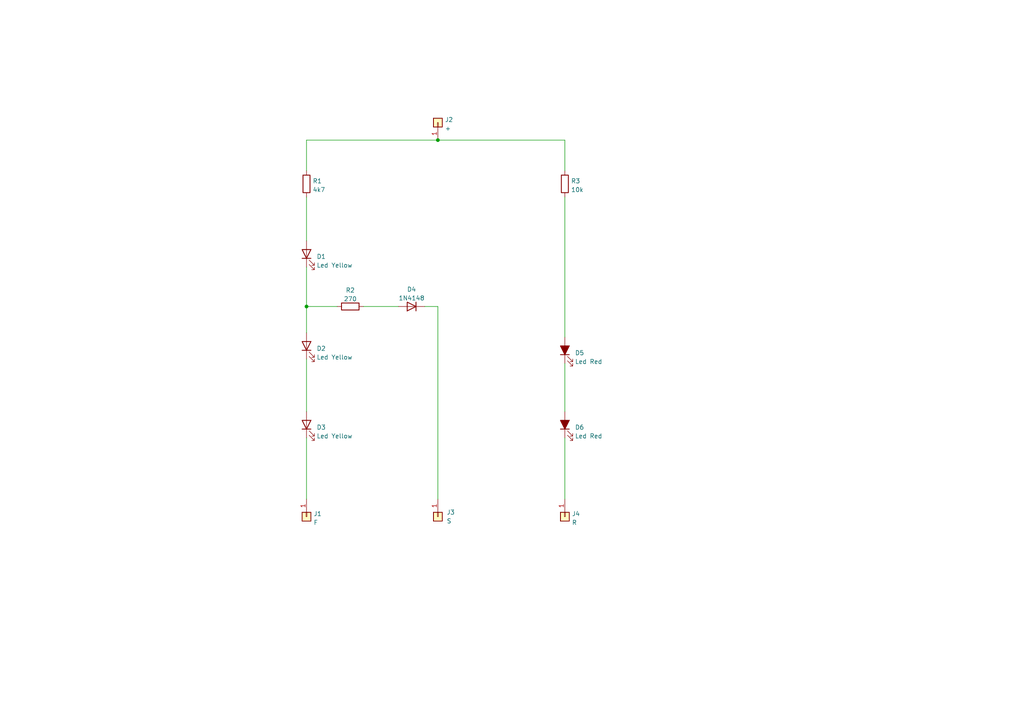
<source format=kicad_sch>
(kicad_sch (version 20211123) (generator eeschema)
  (paper "A4")
  (title_block (title "DHG 700") (date "2022-12-10") (rev "1") (company "Frans Jacobs"))
  (lib_symbols
    (symbol "Connector_Generic:Conn_01x01" (pin_names (offset 1.016) hide)
      (property "Reference" "J" (at 0 2.54 0))
      (property "Value" "Conn_01x01" (at 0 -2.54 0))
      (symbol "Conn_01x01_1_1"
        (rectangle (start -1.27 0.127) (end 0 -0.127) (stroke (width 0.1524)))
        (rectangle (start -1.27 1.27) (end 1.27 -1.27) (stroke (width 0.254)) (fill (type background)))
        (pin passive line (at -5.08 0 0) (length 3.81) (name "Pin_1") (number "1"))
      )
    )
    (symbol "Device:LED" (pin_numbers hide) (pin_names (offset 1.016) hide)
      (property "Reference" "D" (at 0 2.54 0))
      (property "Value" "LED" (at 0 -2.54 0))
      (symbol "LED_0_1"
        (polyline (pts (xy -1.27 -1.27) (xy -1.27 1.27)) (stroke (width 0.254)))
        (polyline (pts (xy -1.27 0) (xy 1.27 0)))
        (polyline (pts (xy 1.27 -1.27) (xy 1.27 1.27) (xy -1.27 0) (xy 1.27 -1.27)) (stroke (width 0.254)))
        (polyline (pts (xy -3.048 -0.762) (xy -4.572 -2.286) (xy -3.81 -2.286) (xy -4.572 -2.286) (xy -4.572 -1.524)))
        (polyline (pts (xy -1.778 -0.762) (xy -3.302 -2.286) (xy -2.54 -2.286) (xy -3.302 -2.286) (xy -3.302 -1.524)))
      )
      (symbol "LED_1_1"
        (pin passive line (at -3.81 0 0) (length 2.54) (name "K") (number "1"))
        (pin passive line (at 3.81 0 180) (length 2.54) (name "A") (number "2"))
      )
    )
    (symbol "Device:LED_Filled" (pin_numbers hide) (pin_names (offset 1.016) hide)
      (property "Reference" "D" (at 0 2.54 0))
      (property "Value" "LED_Filled" (at 0 -2.54 0))
      (symbol "LED_Filled_0_1"
        (polyline (pts (xy -1.27 -1.27) (xy -1.27 1.27)) (stroke (width 0.254)))
        (polyline (pts (xy -1.27 0) (xy 1.27 0)))
        (polyline (pts (xy 1.27 -1.27) (xy 1.27 1.27) (xy -1.27 0) (xy 1.27 -1.27)) (stroke (width 0.254)) (fill (type outline)))
        (polyline (pts (xy -3.048 -0.762) (xy -4.572 -2.286) (xy -3.81 -2.286) (xy -4.572 -2.286) (xy -4.572 -1.524)))
        (polyline (pts (xy -1.778 -0.762) (xy -3.302 -2.286) (xy -2.54 -2.286) (xy -3.302 -2.286) (xy -3.302 -1.524)))
      )
      (symbol "LED_Filled_1_1"
        (pin passive line (at -3.81 0 0) (length 2.54) (name "K") (number "1"))
        (pin passive line (at 3.81 0 180) (length 2.54) (name "A") (number "2"))
      )
    )
    (symbol "Device:R" (pin_numbers hide) (pin_names (offset 0))
      (property "Reference" "R" (at 2.032 0 90))
      (property "Value" "R" (at 0 0 90))
      (symbol "R_0_1"
        (rectangle (start -1.016 -2.54) (end 1.016 2.54) (stroke (width 0.254)))
      )
      (symbol "R_1_1"
        (pin passive line (at 0 3.81 270) (length 1.27) (name "~") (number "1"))
        (pin passive line (at 0 -3.81 90) (length 1.27) (name "~") (number "2"))
      )
    )
    (symbol "Diode:1N4148" (pin_numbers hide) (pin_names hide)
      (property "Reference" "D" (at 0 2.54 0))
      (property "Value" "1N4148" (at 0 -2.54 0))
      (symbol "1N4148_0_1"
        (polyline (pts (xy -1.27 1.27) (xy -1.27 -1.27)) (stroke (width 0.254)))
        (polyline (pts (xy 1.27 0) (xy -1.27 0)))
        (polyline (pts (xy 1.27 1.27) (xy 1.27 -1.27) (xy -1.27 0) (xy 1.27 1.27)) (stroke (width 0.254)))
      )
      (symbol "1N4148_1_1"
        (pin passive line (at -3.81 0 0) (length 2.54) (name "K") (number "1"))
        (pin passive line (at 3.81 0 180) (length 2.54) (name "A") (number "2"))
      )
    )
  )
  (junction (at 127 40.64))
  (junction (at 88.9 88.9))
  (wire (pts (xy 163.83 57.15) (xy 163.83 97.79)))
  (wire (pts (xy 127 88.9) (xy 127 144.78)))
  (wire (pts (xy 105.41 88.9) (xy 115.57 88.9)))
  (wire (pts (xy 88.9 40.64) (xy 127 40.64)))
  (wire (pts (xy 163.83 105.41) (xy 163.83 119.38)))
  (wire (pts (xy 163.83 127) (xy 163.83 144.78)))
  (wire (pts (xy 88.9 104.14) (xy 88.9 119.38)))
  (wire (pts (xy 88.9 127) (xy 88.9 144.78)))
  (wire (pts (xy 88.9 88.9) (xy 97.79 88.9)))
  (wire (pts (xy 123.19 88.9) (xy 127 88.9)))
  (wire (pts (xy 88.9 49.53) (xy 88.9 40.64)))
  (wire (pts (xy 163.83 40.64) (xy 163.83 49.53)))
  (wire (pts (xy 127 40.64) (xy 163.83 40.64)))
  (wire (pts (xy 88.9 57.15) (xy 88.9 69.85)))
  (wire (pts (xy 88.9 88.9) (xy 88.9 96.52)))
  (wire (pts (xy 88.9 77.47) (xy 88.9 88.9)))
  (symbol (lib_id "Diode:1N4148") (at 119.38 88.9 180) (unit 1)
    (property "Reference" "D4" (at 119.38 83.9302 0))
    (property "Value" "1N4148" (at 119.38 86.4671 0))
    (property "Footprint" "Diode_THT:D_DO-35_SOD27_P7.62mm_Horizontal" (effects hide))
    (property "Datasheet" "https://assets.nexperia.com/documents/data-sheet/1N4148_1N4448.pdf" (effects hide))
  )
  (symbol (lib_id "Connector_Generic:Conn_01x01") (at 88.9 149.86 270) (unit 1)
    (property "Reference" "J1" (at 90.932 149.0253 90) (effects (justify left)))
    (property "Value" "F" (at 90.932 151.5622 90) (effects (justify left)))
    (property "Footprint" "Connector_Wire:SolderWirePad_1x01_SMD_1x2mm" (effects hide))
  )
  (symbol (lib_id "Connector_Generic:Conn_01x01") (at 127 149.86 270) (unit 1)
    (property "Reference" "J3" (at 129.54 148.59 90) (effects (justify left)))
    (property "Value" "S" (at 129.54 151.13 90) (effects (justify left)))
    (property "Footprint" "Connector_Wire:SolderWirePad_1x01_SMD_1x2mm" (effects hide))
  )
  (symbol (lib_id "Device:R") (at 163.83 53.34 0) (unit 1)
    (property "Reference" "R3" (at 165.608 52.5053 0) (effects (justify left)))
    (property "Value" "10k" (at 165.608 55.0422 0) (effects (justify left)))
    (property "Footprint" "Resistor_SMD:R_1206_3216Metric" (effects hide))
  )
  (symbol (lib_id "Connector_Generic:Conn_01x01") (at 127 35.56 90) (unit 1)
    (property "Reference" "J2" (at 129.032 34.7253 90) (effects (justify right)))
    (property "Value" "+" (at 129.032 37.2622 90) (effects (justify right)))
    (property "Footprint" "Connector_Wire:SolderWirePad_1x01_SMD_1x2mm" (effects hide))
  )
  (symbol (lib_id "Device:LED") (at 88.9 100.33 90) (unit 1)
    (property "Reference" "D2" (at 91.821 101.0828 90) (effects (justify right)))
    (property "Value" "Led Yellow" (at 91.821 103.6197 90) (effects (justify right)))
    (property "Footprint" "LED_SMD:LED_0603_1608Metric" (effects hide))
  )
  (symbol (lib_id "Device:R") (at 88.9 53.34 0) (unit 1)
    (property "Reference" "R1" (at 90.678 52.5053 0) (effects (justify left)))
    (property "Value" "4k7" (at 90.678 55.0422 0) (effects (justify left)))
    (property "Footprint" "Resistor_SMD:R_1206_3216Metric" (effects hide))
  )
  (symbol (lib_id "Device:LED_Filled") (at 163.83 101.6 90) (unit 1)
    (property "Reference" "D5" (at 166.751 102.3528 90) (effects (justify right)))
    (property "Value" "Led Red" (at 166.751 104.8897 90) (effects (justify right)))
    (property "Footprint" "LED_SMD:LED_0603_1608Metric" (effects hide))
  )
  (symbol (lib_id "Device:LED") (at 88.9 123.19 90) (unit 1)
    (property "Reference" "D3" (at 91.821 123.9428 90) (effects (justify right)))
    (property "Value" "Led Yellow" (at 91.821 126.4797 90) (effects (justify right)))
    (property "Footprint" "LED_SMD:LED_0603_1608Metric" (effects hide))
  )
  (symbol (lib_id "Device:LED") (at 88.9 73.66 90) (unit 1)
    (property "Reference" "D1" (at 91.821 74.4128 90) (effects (justify right)))
    (property "Value" "Led Yellow" (at 91.821 76.9497 90) (effects (justify right)))
    (property "Footprint" "LED_SMD:LED_0603_1608Metric" (effects hide))
  )
  (symbol (lib_id "Device:LED_Filled") (at 163.83 123.19 90) (unit 1)
    (property "Reference" "D6" (at 166.751 123.9428 90) (effects (justify right)))
    (property "Value" "Led Red" (at 166.751 126.4797 90) (effects (justify right)))
    (property "Footprint" "LED_SMD:LED_0603_1608Metric" (effects hide))
  )
  (symbol (lib_id "Device:R") (at 101.6 88.9 90) (unit 1)
    (property "Reference" "R2" (at 101.6 84.1842 90))
    (property "Value" "270" (at 101.6 86.7211 90))
    (property "Footprint" "Resistor_SMD:R_1206_3216Metric" (effects hide))
  )
  (symbol (lib_id "Connector_Generic:Conn_01x01") (at 163.83 149.86 270) (unit 1)
    (property "Reference" "J4" (at 165.862 149.0253 90) (effects (justify left)))
    (property "Value" "R" (at 165.862 151.5622 90) (effects (justify left)))
    (property "Footprint" "Connector_Wire:SolderWirePad_1x01_SMD_1x2mm" (effects hide))
  )
)
</source>
